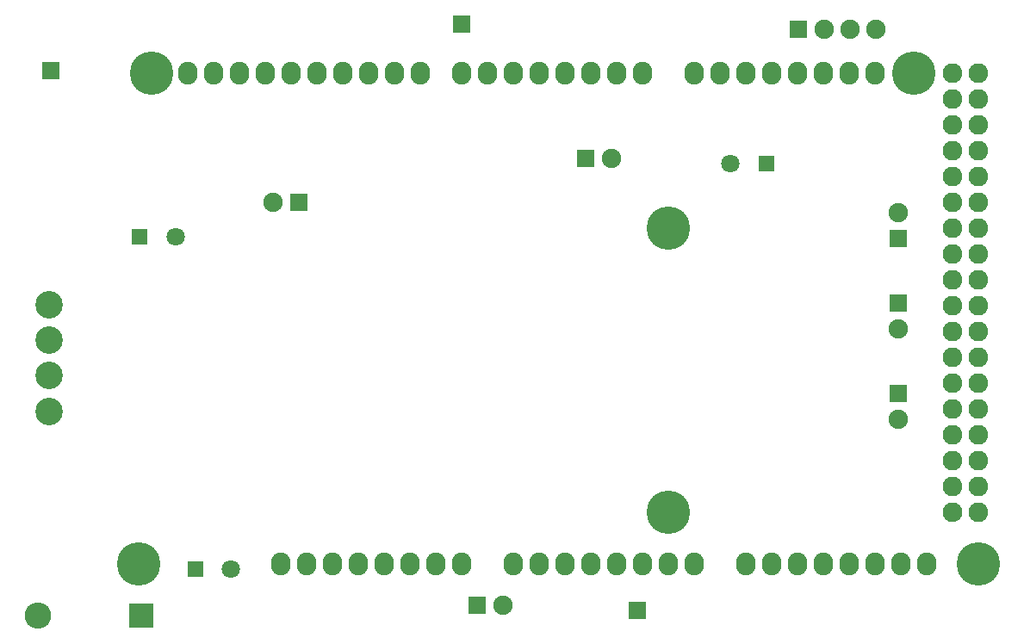
<source format=gbr>
G04 #@! TF.GenerationSoftware,KiCad,Pcbnew,(5.0.0-rc2-37-ga8db21319)*
G04 #@! TF.CreationDate,2018-06-29T03:36:38+01:00*
G04 #@! TF.ProjectId,tug,7475672E6B696361645F706362000000,rev?*
G04 #@! TF.SameCoordinates,Original*
G04 #@! TF.FileFunction,Soldermask,Bot*
G04 #@! TF.FilePolarity,Negative*
%FSLAX46Y46*%
G04 Gerber Fmt 4.6, Leading zero omitted, Abs format (unit mm)*
G04 Created by KiCad (PCBNEW (5.0.0-rc2-37-ga8db21319)) date Fri Jun 29 03:36:38 2018*
%MOMM*%
%LPD*%
G01*
G04 APERTURE LIST*
%ADD10C,1.930400*%
%ADD11O,1.930400X1.930400*%
%ADD12O,1.930400X2.235200*%
%ADD13C,4.267200*%
%ADD14C,1.803200*%
%ADD15R,1.600000X1.600000*%
%ADD16R,2.400000X2.400000*%
%ADD17O,2.603200X2.603200*%
%ADD18R,1.700000X1.700000*%
%ADD19O,1.903200X1.903200*%
%ADD20C,2.703200*%
G04 APERTURE END LIST*
D10*
G04 #@! TO.C,P1*
X197358000Y-114046000D03*
D11*
X199898000Y-114046000D03*
X197358000Y-111506000D03*
X199898000Y-111506000D03*
X197358000Y-108966000D03*
X199898000Y-108966000D03*
X197358000Y-106426000D03*
X199898000Y-106426000D03*
X197358000Y-103886000D03*
X199898000Y-103886000D03*
X197358000Y-101346000D03*
X199898000Y-101346000D03*
X197358000Y-98806000D03*
X199898000Y-98806000D03*
X197358000Y-96266000D03*
X199898000Y-96266000D03*
X197358000Y-93726000D03*
X199898000Y-93726000D03*
X197358000Y-91186000D03*
X199898000Y-91186000D03*
X197358000Y-88646000D03*
X199898000Y-88646000D03*
X197358000Y-86106000D03*
X199898000Y-86106000D03*
X197358000Y-83566000D03*
X199898000Y-83566000D03*
X197358000Y-81026000D03*
X199898000Y-81026000D03*
X197358000Y-78486000D03*
X199898000Y-78486000D03*
X197358000Y-75946000D03*
X199898000Y-75946000D03*
X197358000Y-73406000D03*
X199898000Y-73406000D03*
X197358000Y-70866000D03*
X199898000Y-70866000D03*
G04 #@! TD*
D12*
G04 #@! TO.C,P2*
X131318000Y-119126000D03*
X133858000Y-119126000D03*
X136398000Y-119126000D03*
X138938000Y-119126000D03*
X141478000Y-119126000D03*
X144018000Y-119126000D03*
X146558000Y-119126000D03*
X149098000Y-119126000D03*
G04 #@! TD*
G04 #@! TO.C,P3*
X154178000Y-119126000D03*
X156718000Y-119126000D03*
X159258000Y-119126000D03*
X161798000Y-119126000D03*
X164338000Y-119126000D03*
X166878000Y-119126000D03*
X169418000Y-119126000D03*
X171958000Y-119126000D03*
G04 #@! TD*
G04 #@! TO.C,P4*
X177038000Y-119126000D03*
X179578000Y-119126000D03*
X182118000Y-119126000D03*
X184658000Y-119126000D03*
X187198000Y-119126000D03*
X189738000Y-119126000D03*
X192278000Y-119126000D03*
X194818000Y-119126000D03*
G04 #@! TD*
G04 #@! TO.C,P5*
X122174000Y-70866000D03*
X124714000Y-70866000D03*
X127254000Y-70866000D03*
X129794000Y-70866000D03*
X132334000Y-70866000D03*
X134874000Y-70866000D03*
X137414000Y-70866000D03*
X139954000Y-70866000D03*
X142494000Y-70866000D03*
X145034000Y-70866000D03*
G04 #@! TD*
G04 #@! TO.C,P6*
X149098000Y-70866000D03*
X151638000Y-70866000D03*
X154178000Y-70866000D03*
X156718000Y-70866000D03*
X159258000Y-70866000D03*
X161798000Y-70866000D03*
X164338000Y-70866000D03*
X166878000Y-70866000D03*
G04 #@! TD*
G04 #@! TO.C,P7*
X171958000Y-70866000D03*
X174498000Y-70866000D03*
X177038000Y-70866000D03*
X179578000Y-70866000D03*
X182118000Y-70866000D03*
X184658000Y-70866000D03*
X187198000Y-70866000D03*
X189738000Y-70866000D03*
G04 #@! TD*
D13*
G04 #@! TO.C,P8*
X117348000Y-119126000D03*
G04 #@! TD*
G04 #@! TO.C,P9*
X169418000Y-114046000D03*
G04 #@! TD*
G04 #@! TO.C,P10*
X199898000Y-119126000D03*
G04 #@! TD*
G04 #@! TO.C,P11*
X118618000Y-70866000D03*
G04 #@! TD*
G04 #@! TO.C,P12*
X169418000Y-86106000D03*
G04 #@! TD*
G04 #@! TO.C,P13*
X193548000Y-70866000D03*
G04 #@! TD*
D14*
G04 #@! TO.C,C5*
X120975000Y-86995000D03*
D15*
X117475000Y-86995000D03*
G04 #@! TD*
G04 #@! TO.C,C6*
X122936000Y-119634000D03*
D14*
X126436000Y-119634000D03*
G04 #@! TD*
D16*
G04 #@! TO.C,D3*
X117602000Y-124206000D03*
D17*
X107442000Y-124206000D03*
G04 #@! TD*
D18*
G04 #@! TO.C,J1*
X182245000Y-66548000D03*
D19*
X184785000Y-66548000D03*
X187325000Y-66548000D03*
X189865000Y-66548000D03*
G04 #@! TD*
D20*
G04 #@! TO.C,J2*
X108585000Y-93640000D03*
X108585000Y-97140000D03*
X108585000Y-100640000D03*
X108585000Y-104140000D03*
G04 #@! TD*
D18*
G04 #@! TO.C,J6*
X192024000Y-87122000D03*
D19*
X192024000Y-84582000D03*
G04 #@! TD*
G04 #@! TO.C,J7*
X192024000Y-96012000D03*
D18*
X192024000Y-93472000D03*
G04 #@! TD*
G04 #@! TO.C,J8*
X192024000Y-102362000D03*
D19*
X192024000Y-104902000D03*
G04 #@! TD*
D15*
G04 #@! TO.C,C9*
X179070000Y-79756000D03*
D14*
X175570000Y-79756000D03*
G04 #@! TD*
D18*
G04 #@! TO.C,J9*
X166370000Y-123698000D03*
G04 #@! TD*
G04 #@! TO.C,J10*
X149148619Y-66031500D03*
G04 #@! TD*
G04 #@! TO.C,J3*
X161290000Y-79248000D03*
D19*
X163830000Y-79248000D03*
G04 #@! TD*
G04 #@! TO.C,J4*
X130556000Y-83566000D03*
D18*
X133096000Y-83566000D03*
G04 #@! TD*
G04 #@! TO.C,J5*
X150622000Y-123190000D03*
D19*
X153162000Y-123190000D03*
G04 #@! TD*
D18*
G04 #@! TO.C,J11*
X108712000Y-70612000D03*
G04 #@! TD*
M02*

</source>
